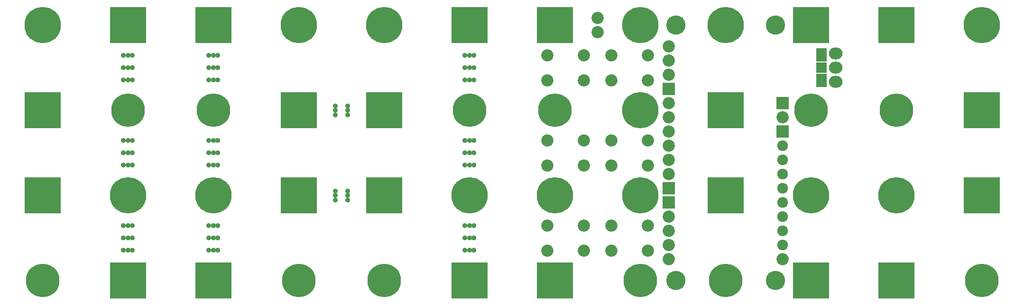
<source format=gts>
%TF.GenerationSoftware,KiCad,Pcbnew,4.0.7-e0-6372~58~ubuntu16.04.1*%
%TF.CreationDate,2017-08-10T17:43:16+05:30*%
%TF.ProjectId,ultim_bus,756C74696D5F6275732E6B696361645F,rev?*%
%TF.FileFunction,Soldermask,Top*%
%FSLAX46Y46*%
G04 Gerber Fmt 4.6, Leading zero omitted, Abs format (unit mm)*
G04 Created by KiCad (PCBNEW 4.0.7-e0-6372~58~ubuntu16.04.1) date Thu Aug 10 17:43:16 2017*
%MOMM*%
%LPD*%
G01*
G04 APERTURE LIST*
%ADD10C,0.101600*%
%ADD11C,2.178000*%
%ADD12C,0.900000*%
%ADD13C,6.496000*%
%ADD14R,6.496000X6.496000*%
%ADD15C,6.000000*%
%ADD16O,2.432000X2.127200*%
%ADD17R,1.924000X1.924000*%
%ADD18R,1.924000X2.432000*%
%ADD19R,2.178000X2.178000*%
%ADD20C,1.924000*%
%ADD21C,3.448000*%
G04 APERTURE END LIST*
D10*
D11*
X129615000Y-66330000D03*
X123115000Y-70830000D03*
X129615000Y-70830000D03*
X123115000Y-66330000D03*
D12*
X85260000Y-60960000D03*
X87460000Y-60960000D03*
X85260000Y-60160000D03*
X85260000Y-61760000D03*
X87460000Y-61760000D03*
X87460000Y-60160000D03*
D13*
X63500000Y-60960000D03*
X170180000Y-60960000D03*
X124460000Y-60960000D03*
X109220000Y-60960000D03*
X48260000Y-60960000D03*
X185420000Y-60960000D03*
D12*
X85260000Y-45720000D03*
X87460000Y-45720000D03*
X85260000Y-44920000D03*
X85260000Y-46520000D03*
X87460000Y-46520000D03*
X87460000Y-44920000D03*
D13*
X200660000Y-30480000D03*
X33020000Y-30480000D03*
X78740000Y-30480000D03*
X93980000Y-30480000D03*
X139700000Y-30480000D03*
X154940000Y-30480000D03*
D14*
X185420000Y-30480000D03*
X48260000Y-30480000D03*
X63500000Y-30480000D03*
X109220000Y-30480000D03*
X124460000Y-30480000D03*
X170180000Y-30480000D03*
X200660000Y-60960000D03*
X33020000Y-60960000D03*
X78740000Y-60960000D03*
X93980000Y-60960000D03*
D13*
X139700000Y-60960000D03*
D14*
X154940000Y-60960000D03*
D15*
X185420000Y-45720000D03*
D14*
X200660000Y-45720000D03*
X33020000Y-45720000D03*
D15*
X48260000Y-45720000D03*
X63500000Y-45720000D03*
D14*
X78740000Y-45720000D03*
X93980000Y-45720000D03*
D15*
X109220000Y-45720000D03*
X124460000Y-45720000D03*
D13*
X139700000Y-45720000D03*
D14*
X154940000Y-45720000D03*
D15*
X170180000Y-45720000D03*
D14*
X185420000Y-76200000D03*
D15*
X200660000Y-76200000D03*
X33020000Y-76200000D03*
D14*
X48260000Y-76200000D03*
X63500000Y-76200000D03*
D15*
X78740000Y-76200000D03*
X93980000Y-76200000D03*
D14*
X109220000Y-76200000D03*
X124460000Y-76200000D03*
D15*
X139700000Y-76200000D03*
X154940000Y-76200000D03*
D14*
X170180000Y-76200000D03*
D12*
X48260000Y-35900000D03*
X48260000Y-40300000D03*
X49060000Y-35900000D03*
X47460000Y-35900000D03*
X47460000Y-40300000D03*
X49060000Y-40300000D03*
X48260000Y-38100000D03*
X49060000Y-38100000D03*
X47460000Y-38100000D03*
X48260000Y-51140000D03*
X48260000Y-55540000D03*
X49060000Y-51140000D03*
X47460000Y-51140000D03*
X47460000Y-55540000D03*
X49060000Y-55540000D03*
X48260000Y-53340000D03*
X49060000Y-53340000D03*
X47460000Y-53340000D03*
X48260000Y-66380000D03*
X48260000Y-70780000D03*
X49060000Y-66380000D03*
X47460000Y-66380000D03*
X47460000Y-70780000D03*
X49060000Y-70780000D03*
X48260000Y-68580000D03*
X49060000Y-68580000D03*
X47460000Y-68580000D03*
D16*
X174625000Y-40640000D03*
X174625000Y-38100000D03*
X174625000Y-35560000D03*
D17*
X172085000Y-38100000D03*
D18*
X172085000Y-35814000D03*
X172085000Y-40386000D03*
D12*
X63500000Y-35900000D03*
X63500000Y-40300000D03*
X64300000Y-35900000D03*
X62700000Y-35900000D03*
X62700000Y-40300000D03*
X64300000Y-40300000D03*
X63500000Y-38100000D03*
X64300000Y-38100000D03*
X62700000Y-38100000D03*
X109220000Y-35900000D03*
X109220000Y-40300000D03*
X110020000Y-35900000D03*
X108420000Y-35900000D03*
X108420000Y-40300000D03*
X110020000Y-40300000D03*
X109220000Y-38100000D03*
X110020000Y-38100000D03*
X108420000Y-38100000D03*
X63500000Y-51140000D03*
X63500000Y-55540000D03*
X64300000Y-51140000D03*
X62700000Y-51140000D03*
X62700000Y-55540000D03*
X64300000Y-55540000D03*
X63500000Y-53340000D03*
X64300000Y-53340000D03*
X62700000Y-53340000D03*
X109220000Y-51140000D03*
X109220000Y-55540000D03*
X110020000Y-51140000D03*
X108420000Y-51140000D03*
X108420000Y-55540000D03*
X110020000Y-55540000D03*
X109220000Y-53340000D03*
X110020000Y-53340000D03*
X108420000Y-53340000D03*
X63500000Y-66380000D03*
X63500000Y-70780000D03*
X64300000Y-66380000D03*
X62700000Y-66380000D03*
X62700000Y-70780000D03*
X64300000Y-70780000D03*
X63500000Y-68580000D03*
X64300000Y-68580000D03*
X62700000Y-68580000D03*
X109220000Y-66380000D03*
X109220000Y-70780000D03*
X110020000Y-66380000D03*
X108420000Y-66380000D03*
X108420000Y-70780000D03*
X110020000Y-70780000D03*
X109220000Y-68580000D03*
X110020000Y-68580000D03*
X108420000Y-68580000D03*
D11*
X132080000Y-31710000D03*
X132080000Y-29210000D03*
X123115000Y-40350000D03*
X129615000Y-35850000D03*
X123115000Y-35850000D03*
X129615000Y-40350000D03*
X134545000Y-40350000D03*
X141045000Y-35850000D03*
X134545000Y-35850000D03*
X141045000Y-40350000D03*
X134545000Y-55590000D03*
X141045000Y-51090000D03*
X134545000Y-51090000D03*
X141045000Y-55590000D03*
X123115000Y-55590000D03*
X129615000Y-51090000D03*
X123115000Y-51090000D03*
X129615000Y-55590000D03*
X141045000Y-66330000D03*
X134545000Y-70830000D03*
X141045000Y-70830000D03*
X134545000Y-66330000D03*
D19*
X144780000Y-41910000D03*
X165100000Y-44450000D03*
X165100000Y-49530000D03*
X144780000Y-59690000D03*
X144780000Y-62230000D03*
D11*
X144780000Y-34290000D03*
X144780000Y-36830000D03*
X144780000Y-39370000D03*
X144780000Y-44450000D03*
X144780000Y-46990000D03*
X144780000Y-49530000D03*
X144780000Y-52070000D03*
X144780000Y-54610000D03*
X144780000Y-57150000D03*
X144780000Y-64770000D03*
X144780000Y-67310000D03*
X144780000Y-69850000D03*
X144780000Y-72390000D03*
X165100000Y-72390000D03*
D20*
X165100000Y-69850000D03*
X165100000Y-67310000D03*
X165100000Y-64770000D03*
X165100000Y-62230000D03*
X165100000Y-59690000D03*
X165100000Y-57150000D03*
X165100000Y-54610000D03*
X165100000Y-52070000D03*
D11*
X165100000Y-46990000D03*
D21*
X146050000Y-30480000D03*
X146050000Y-76200000D03*
X163830000Y-76200000D03*
X163830000Y-30480000D03*
M02*

</source>
